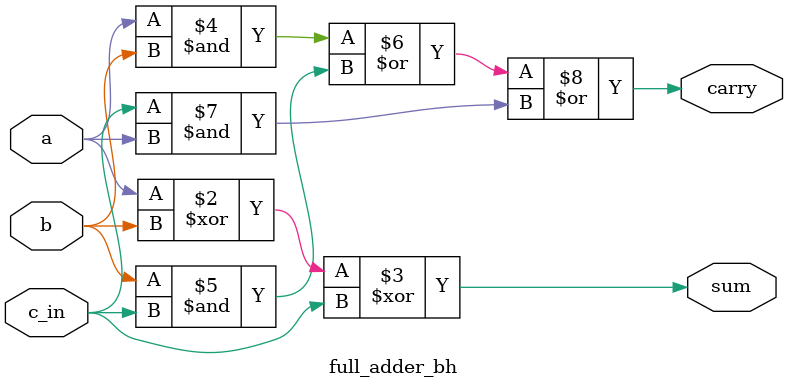
<source format=v>
`timescale 1ns / 1ps


module full_adder_bh(a, b, c_in, sum, carry);
input a, b, c_in;
output reg sum, carry;

always@(a or b or c_in)
begin
sum = a^b^c_in;
carry = a&b | b&c_in | c_in&a;
end
endmodule

</source>
